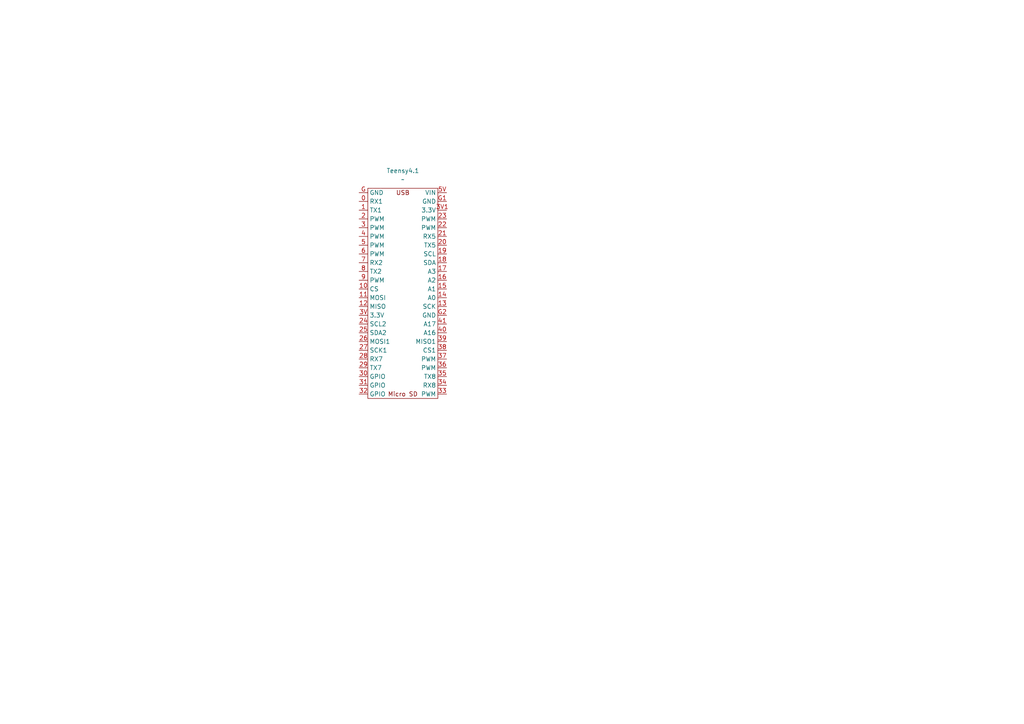
<source format=kicad_sch>
(kicad_sch (version 20250114) (generator "eeschema") (generator_version "9.0")
  (paper "A4")
  (lib_symbols
    (symbol "mylibrary:Teensy4.1"
      (property "Reference" "Teensy4.1" (at 0 0 90))
      (symbol "Teensy4.1_0_1"
        (rectangle (start -10.16 30.48) (end 10.16 -30.48))
      )
      (symbol "Teensy4.1_1_1"
        (text "USB" (at 0 29.21 0) (effects (font (size 1.27 1.27))))
        (text "Micro SD" (at 0 -29.21 0) (effects (font (size 1.27 1.27))))
        (pin input line (at -12.7 29.21 0) (length 2.54) (name "GND") (number "G"))
        (pin input line (at -12.7 26.67 0) (length 2.54) (name "RX1") (number "0"))
        (pin input line (at -12.7 24.13 0) (length 2.54) (name "TX1") (number "1"))
        (pin input line (at -12.7 21.59 0) (length 2.54) (name "PWM") (number "2"))
        (pin input line (at -12.7 19.05 0) (length 2.54) (name "PWM") (number "3"))
        (pin input line (at -12.7 16.51 0) (length 2.54) (name "PWM") (number "4"))
        (pin input line (at -12.7 13.97 0) (length 2.54) (name "PWM") (number "5"))
        (pin input line (at -12.7 11.43 0) (length 2.54) (name "PWM") (number "6"))
        (pin input line (at -12.7 8.89 0) (length 2.54) (name "RX2") (number "7"))
        (pin input line (at -12.7 6.35 0) (length 2.54) (name "TX2") (number "8"))
        (pin input line (at -12.7 3.81 0) (length 2.54) (name "PWM") (number "9"))
        (pin input line (at -12.7 1.27 0) (length 2.54) (name "CS") (number "10"))
        (pin input line (at -12.7 -1.27 0) (length 2.54) (name "MOSI") (number "11"))
        (pin input line (at -12.7 -3.81 0) (length 2.54) (name "MISO") (number "12"))
        (pin input line (at -12.7 -6.35 0) (length 2.54) (name "3.3V") (number "3V"))
        (pin input line (at -12.7 -8.89 0) (length 2.54) (name "SCL2") (number "24"))
        (pin input line (at -12.7 -11.43 0) (length 2.54) (name "SDA2") (number "25"))
        (pin input line (at -12.7 -13.97 0) (length 2.54) (name "MOSI1") (number "26"))
        (pin input line (at -12.7 -16.51 0) (length 2.54) (name "SCK1") (number "27"))
        (pin input line (at -12.7 -19.05 0) (length 2.54) (name "RX7") (number "28"))
        (pin input line (at -12.7 -21.59 0) (length 2.54) (name "TX7") (number "29"))
        (pin input line (at -12.7 -24.13 0) (length 2.54) (name "GPIO") (number "30"))
        (pin input line (at -12.7 -26.67 0) (length 2.54) (name "GPIO") (number "31"))
        (pin input line (at -12.7 -29.21 0) (length 2.54) (name "GPIO") (number "32"))
        (pin input line (at 12.7 29.21 180) (length 2.54) (name "VIN") (number "5V"))
        (pin input line (at 12.7 26.67 180) (length 2.54) (name "GND") (number "G1"))
        (pin input line (at 12.7 24.13 180) (length 2.54) (name "3.3V") (number "3V1"))
        (pin input line (at 12.7 21.59 180) (length 2.54) (name "PWM") (number "23"))
        (pin input line (at 12.7 19.05 180) (length 2.54) (name "PWM") (number "22"))
        (pin input line (at 12.7 16.51 180) (length 2.54) (name "RX5") (number "21"))
        (pin input line (at 12.7 13.97 180) (length 2.54) (name "TX5") (number "20"))
        (pin input line (at 12.7 11.43 180) (length 2.54) (name "SCL") (number "19"))
        (pin input line (at 12.7 8.89 180) (length 2.54) (name "SDA") (number "18"))
        (pin input line (at 12.7 6.35 180) (length 2.54) (name "A3") (number "17"))
        (pin input line (at 12.7 3.81 180) (length 2.54) (name "A2") (number "16"))
        (pin input line (at 12.7 1.27 180) (length 2.54) (name "A1") (number "15"))
        (pin input line (at 12.7 -1.27 180) (length 2.54) (name "A0") (number "14"))
        (pin input line (at 12.7 -3.81 180) (length 2.54) (name "SCK") (number "13"))
        (pin input line (at 12.7 -6.35 180) (length 2.54) (name "GND") (number "G2"))
        (pin input line (at 12.7 -8.89 180) (length 2.54) (name "A17") (number "41"))
        (pin input line (at 12.7 -11.43 180) (length 2.54) (name "A16") (number "40"))
        (pin input line (at 12.7 -13.97 180) (length 2.54) (name "MISO1") (number "39"))
        (pin input line (at 12.7 -16.51 180) (length 2.54) (name "CS1") (number "38"))
        (pin input line (at 12.7 -19.05 180) (length 2.54) (name "PWM") (number "37"))
        (pin input line (at 12.7 -21.59 180) (length 2.54) (name "PWM") (number "36"))
        (pin input line (at 12.7 -24.13 180) (length 2.54) (name "TX8") (number "35"))
        (pin input line (at 12.7 -26.67 180) (length 2.54) (name "RX8") (number "34"))
        (pin input line (at 12.7 -29.21 180) (length 2.54) (name "PWM") (number "33"))
      )
    )
  )
  (symbol (lib_id "mylibrary:Teensy4.1") (at 116.84 85.09 0) (unit 1)
    (property "Reference" "Teensy4.1" (at 116.84 49.53 0))
    (property "Value" "~" (at 116.84 52.07 0))
  )
)
</source>
